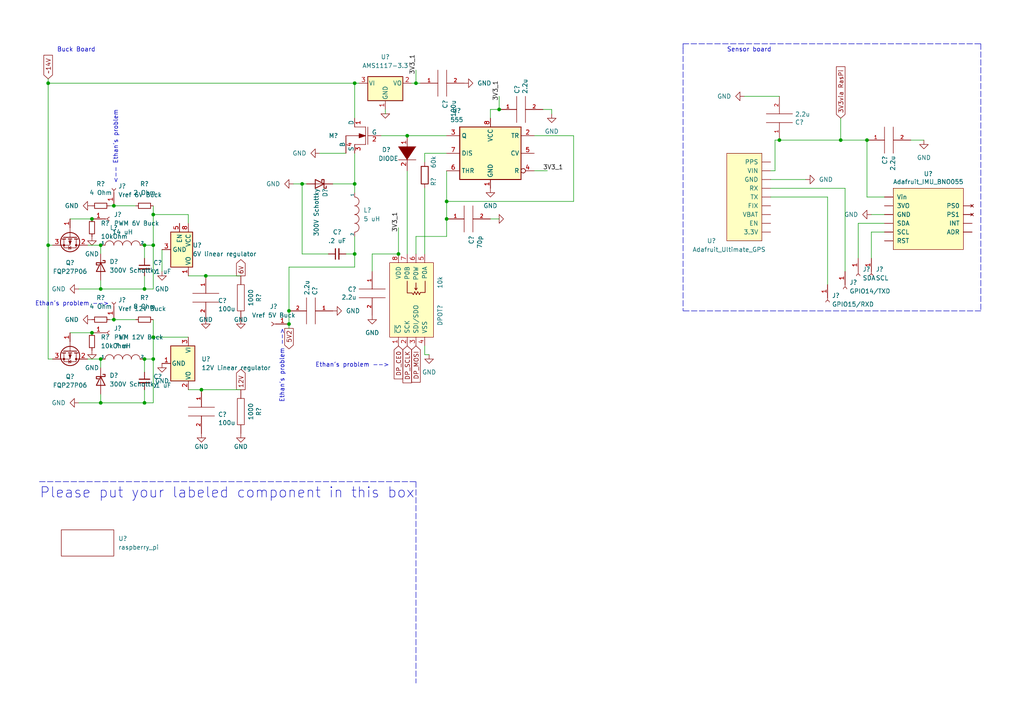
<source format=kicad_sch>
(kicad_sch (version 20211123) (generator eeschema)
  (paper "A4")
  (lib_symbols
    (symbol "Connector:Conn_01x01_Female" (pin_names (offset 1.016) hide)
      (property "Reference" "J" (at 0 2.54 0))
      (property "Value" "Conn_01x01_Female" (at 0 -2.54 0))
      (symbol "Conn_01x01_Female_1_1"
        (polyline (pts (xy -1.27 0) (xy -0.508 0)) (stroke (width 0.1524)))
        (arc (start 0 0.508) (mid -0.508 0) (end 0 -0.508) (stroke (width 0.1524)))
        (pin passive line (at -5.08 0 0) (length 3.81) (name "Pin_1") (number "1"))
      )
    )
    (symbol "Device:C_Small" (pin_numbers hide) (pin_names (offset 0.254) hide)
      (property "Reference" "C" (at 0.254 1.778 0))
      (property "Value" "C_Small" (at 0.254 -2.032 0))
      (symbol "C_Small_0_1"
        (polyline (pts (xy -1.524 -0.508) (xy 1.524 -0.508)) (stroke (width 0.3302)))
        (polyline (pts (xy -1.524 0.508) (xy 1.524 0.508)) (stroke (width 0.3048)))
      )
      (symbol "C_Small_1_1"
        (pin passive line (at 0 2.54 270) (length 2.032) (name "~") (number "1"))
        (pin passive line (at 0 -2.54 90) (length 2.032) (name "~") (number "2"))
      )
    )
    (symbol "Device:D_Schottky" (pin_numbers hide) (pin_names (offset 1.016) hide)
      (property "Reference" "D" (at 0 2.54 0))
      (property "Value" "D_Schottky" (at 0 -2.54 0))
      (symbol "D_Schottky_0_1"
        (polyline (pts (xy 1.27 0) (xy -1.27 0)))
        (polyline (pts (xy 1.27 1.27) (xy 1.27 -1.27) (xy -1.27 0) (xy 1.27 1.27)) (stroke (width 0.254)))
        (polyline (pts (xy -1.905 0.635) (xy -1.905 1.27) (xy -1.27 1.27) (xy -1.27 -1.27) (xy -0.635 -1.27) (xy -0.635 -0.635)) (stroke (width 0.254)))
      )
      (symbol "D_Schottky_1_1"
        (pin passive line (at -3.81 0 0) (length 2.54) (name "K") (number "1"))
        (pin passive line (at 3.81 0 180) (length 2.54) (name "A") (number "2"))
      )
    )
    (symbol "Device:R" (pin_numbers hide) (pin_names (offset 0))
      (property "Reference" "R" (at 2.032 0 90))
      (property "Value" "R" (at 0 0 90))
      (symbol "R_0_1"
        (rectangle (start -1.016 -2.54) (end 1.016 2.54) (stroke (width 0.254)))
      )
      (symbol "R_1_1"
        (pin passive line (at 0 3.81 270) (length 1.27) (name "~") (number "1"))
        (pin passive line (at 0 -3.81 90) (length 1.27) (name "~") (number "2"))
      )
    )
    (symbol "Device:R_Small" (pin_numbers hide) (pin_names (offset 0.254) hide)
      (property "Reference" "R" (at 0.762 0.508 0))
      (property "Value" "R_Small" (at 0.762 -1.016 0))
      (symbol "R_Small_0_1"
        (rectangle (start -0.762 1.778) (end 0.762 -1.778) (stroke (width 0.2032)))
      )
      (symbol "R_Small_1_1"
        (pin passive line (at 0 2.54 270) (length 0.762) (name "~") (number "1"))
        (pin passive line (at 0 -2.54 90) (length 0.762) (name "~") (number "2"))
      )
    )
    (symbol "Drone-Circuit-rescue:Adafruit_IMU_BNO055-Project_Library" (pin_names (offset 1.016))
      (property "Reference" "U" (at -10.16 10.16 0))
      (property "Value" "Adafruit_IMU_BNO055-Project_Library" (at 0 -11.43 0))
      (symbol "Adafruit_IMU_BNO055-Project_Library_0_1"
        (rectangle (start -10.16 8.89) (end 10.16 -8.89) (fill (type background)))
      )
      (symbol "Adafruit_IMU_BNO055-Project_Library_1_1"
        (pin power_out line (at -12.7 3.81 0) (length 2.54) (name "3VO") (number "~"))
        (pin input line (at 12.7 -3.81 180) (length 2.54) (name "ADR") (number "~"))
        (pin power_in line (at -12.7 1.27 0) (length 2.54) (name "GND") (number "~"))
        (pin output line (at 12.7 -1.27 180) (length 2.54) (name "INT") (number "~"))
        (pin no_connect line (at 12.7 3.81 180) (length 2.54) (name "PS0") (number "~"))
        (pin no_connect line (at 12.7 1.27 180) (length 2.54) (name "PS1") (number "~"))
        (pin unspecified line (at -12.7 -6.35 0) (length 2.54) (name "RST") (number "~"))
        (pin unspecified line (at -12.7 -3.81 0) (length 2.54) (name "SCL") (number "~"))
        (pin unspecified line (at -12.7 -1.27 0) (length 2.54) (name "SDA") (number "~"))
        (pin power_in line (at -12.7 6.35 0) (length 2.54) (name "Vin") (number "~"))
      )
    )
    (symbol "Drone-Circuit-rescue:Adafruit_Ultimate_GPS-Project_Library" (pin_names (offset 1.016))
      (property "Reference" "U" (at -5.08 13.97 0))
      (property "Value" "Adafruit_Ultimate_GPS-Project_Library" (at 0 -15.24 0))
      (symbol "Adafruit_Ultimate_GPS-Project_Library_0_1"
        (rectangle (start -5.08 12.7) (end 5.08 -12.7) (fill (type background)))
      )
      (symbol "Adafruit_Ultimate_GPS-Project_Library_1_1"
        (pin power_out line (at -7.62 10.16 0) (length 2.54) (name "3.3V") (number "~"))
        (pin unspecified line (at -7.62 7.62 0) (length 2.54) (name "EN") (number "~"))
        (pin output line (at -7.62 2.54 0) (length 2.54) (name "FIX") (number "~"))
        (pin power_in line (at -7.62 -5.08 0) (length 2.54) (name "GND") (number "~"))
        (pin output line (at -7.62 -10.16 0) (length 2.54) (name "PPS") (number "~"))
        (pin input line (at -7.62 -2.54 0) (length 2.54) (name "RX") (number "~"))
        (pin output line (at -7.62 0 0) (length 2.54) (name "TX") (number "~"))
        (pin power_in line (at -7.62 5.08 0) (length 2.54) (name "VBAT") (number "~"))
        (pin power_in line (at -7.62 -7.62 0) (length 2.54) (name "VIN") (number "~"))
      )
    )
    (symbol "Drone-Circuit-rescue:Digital_Pot-Project_Library" (pin_names (offset 1.016))
      (property "Reference" "DPOT" (at 0 7.62 0))
      (property "Value" "Digital_Pot-Project_Library" (at 0 -7.62 0))
      (symbol "Digital_Pot-Project_Library_0_1"
        (rectangle (start -5.08 6.35) (end 16.51 -6.35) (stroke (width 0.1524)) (fill (type background)))
        (polyline (pts (xy 8.636 -1.27) (xy 9.144 -1.651)) (stroke (width 0.2032)))
        (polyline (pts (xy 10.668 -1.27) (xy 8.636 -1.27) (xy 9.144 -0.889)) (stroke (width 0.2032)))
        (polyline (pts (xy 11.176 1.27) (xy 7.747 1.27) (xy 7.747 -0.127) (xy 7.239 -0.508) (xy 8.128 -0.889) (xy 7.239 -1.397) (xy 8.128 -1.778) (xy 7.239 -2.286) (xy 7.874 -2.54) (xy 7.874 -3.937) (xy 11.176 -3.937)) (stroke (width 0.2032)))
      )
      (symbol "Digital_Pot-Project_Library_1_1"
        (pin input line (at -7.62 3.81 0) (length 2.54) (name "~{CS}") (number "1"))
        (pin input line (at -7.62 1.27 0) (length 2.54) (name "SCK") (number "2"))
        (pin input line (at -7.62 -1.27 0) (length 2.54) (name "SDI/SDO") (number "3"))
        (pin power_in line (at -7.62 -3.81 0) (length 2.54) (name "VSS") (number "4"))
        (pin passive line (at 19.05 -3.81 180) (length 2.54) (name "P0A") (number "5"))
        (pin passive line (at 19.05 -1.27 180) (length 2.54) (name "P0W") (number "6"))
        (pin passive line (at 19.05 1.27 180) (length 2.54) (name "P0B") (number "7"))
        (pin power_in line (at 19.05 3.81 180) (length 2.54) (name "VDD") (number "8"))
      )
    )
    (symbol "Regulator_Linear:AMS1117-3.3" (pin_names (offset 0.254))
      (property "Reference" "U" (at -3.81 3.175 0))
      (property "Value" "AMS1117-3.3" (at 0 3.175 0))
      (symbol "AMS1117-3.3_0_1"
        (rectangle (start -5.08 -5.08) (end 5.08 1.905) (stroke (width 0.254)) (fill (type background)))
      )
      (symbol "AMS1117-3.3_1_1"
        (pin power_in line (at 0 -7.62 90) (length 2.54) (name "GND") (number "1"))
        (pin power_out line (at 7.62 0 180) (length 2.54) (name "VO") (number "2"))
        (pin power_in line (at -7.62 0 0) (length 2.54) (name "VI") (number "3"))
      )
    )
    (symbol "Regulator_Linear:AZ1084-1.2" (pin_names (offset 0.254))
      (property "Reference" "U" (at -3.81 3.175 0))
      (property "Value" "AZ1084-1.2" (at 0 3.175 0))
      (symbol "AZ1084-1.2_0_1"
        (rectangle (start -5.08 1.905) (end 5.08 -5.08) (stroke (width 0.254)) (fill (type background)))
      )
      (symbol "AZ1084-1.2_1_1"
        (pin power_in line (at 0 -7.62 90) (length 2.54) (name "GND") (number "1"))
        (pin power_out line (at 7.62 0 180) (length 2.54) (name "VO") (number "2"))
        (pin power_in line (at -7.62 0 0) (length 2.54) (name "VI") (number "3"))
      )
    )
    (symbol "Regulator_Linear:BD60FC0WEFJ"
      (property "Reference" "U" (at 0 7.62 0))
      (property "Value" "BD60FC0WEFJ" (at 0 5.08 0))
      (symbol "BD60FC0WEFJ_1_1"
        (rectangle (start -5.08 -5.08) (end 5.08 1.27) (stroke (width 0.254)) (fill (type background)))
        (pin power_out line (at 7.62 0 180) (length 2.54) (name "VO") (number "1"))
        (pin no_connect line (at 5.08 -2.54 180) (length 2.54) hide (name "NC") (number "2"))
        (pin power_in line (at 0 -7.62 90) (length 2.54) (name "GND") (number "3"))
        (pin no_connect line (at -3.81 -5.08 90) (length 2.54) hide (name "NC") (number "4"))
        (pin input line (at -7.62 -2.54 0) (length 2.54) (name "EN") (number "5"))
        (pin no_connect line (at -2.54 -5.08 90) (length 2.54) hide (name "NC") (number "6"))
        (pin no_connect line (at -1.27 -5.08 90) (length 2.54) hide (name "NC") (number "7"))
        (pin power_in line (at -7.62 0 0) (length 2.54) (name "VCC") (number "8"))
        (pin passive line (at 0 -7.62 90) (length 2.54) hide (name "GND") (number "9"))
      )
    )
    (symbol "Timer:LM555xM"
      (property "Reference" "U" (at -10.16 8.89 0))
      (property "Value" "LM555xM" (at 2.54 8.89 0))
      (symbol "LM555xM_0_0"
        (pin power_in line (at 0 -10.16 90) (length 2.54) (name "GND") (number "1"))
        (pin power_in line (at 0 10.16 270) (length 2.54) (name "VCC") (number "8"))
      )
      (symbol "LM555xM_0_1"
        (rectangle (start -8.89 -7.62) (end 8.89 7.62) (stroke (width 0.254)) (fill (type background)))
        (rectangle (start -8.89 -7.62) (end 8.89 7.62) (stroke (width 0.254)) (fill (type background)))
      )
      (symbol "LM555xM_1_1"
        (pin input line (at -12.7 5.08 0) (length 3.81) (name "TR") (number "2"))
        (pin output line (at 12.7 5.08 180) (length 3.81) (name "Q") (number "3"))
        (pin input inverted (at -12.7 -5.08 0) (length 3.81) (name "R") (number "4"))
        (pin input line (at -12.7 0 0) (length 3.81) (name "CV") (number "5"))
        (pin input line (at 12.7 -5.08 180) (length 3.81) (name "THR") (number "6"))
        (pin input line (at 12.7 0 180) (length 3.81) (name "DIS") (number "7"))
      )
    )
    (symbol "Transistor_FET:FQP27P06" (pin_names hide)
      (property "Reference" "Q" (at 5.08 1.905 0))
      (property "Value" "FQP27P06" (at 5.08 0 0))
      (symbol "FQP27P06_0_1"
        (polyline (pts (xy 0.254 0) (xy -2.54 0)))
        (polyline (pts (xy 0.254 1.905) (xy 0.254 -1.905)) (stroke (width 0.254)))
        (polyline (pts (xy 0.762 -1.27) (xy 0.762 -2.286)) (stroke (width 0.254)))
        (polyline (pts (xy 0.762 0.508) (xy 0.762 -0.508)) (stroke (width 0.254)))
        (polyline (pts (xy 0.762 2.286) (xy 0.762 1.27)) (stroke (width 0.254)))
        (polyline (pts (xy 2.54 2.54) (xy 2.54 1.778)))
        (polyline (pts (xy 2.54 -2.54) (xy 2.54 0) (xy 0.762 0)))
        (polyline (pts (xy 0.762 1.778) (xy 3.302 1.778) (xy 3.302 -1.778) (xy 0.762 -1.778)))
        (polyline (pts (xy 2.286 0) (xy 1.27 0.381) (xy 1.27 -0.381) (xy 2.286 0)) (fill (type outline)))
        (polyline (pts (xy 2.794 -0.508) (xy 2.921 -0.381) (xy 3.683 -0.381) (xy 3.81 -0.254)))
        (polyline (pts (xy 3.302 -0.381) (xy 2.921 0.254) (xy 3.683 0.254) (xy 3.302 -0.381)))
        (circle (center 1.651 0) (radius 2.794) (stroke (width 0.254)))
        (circle (center 2.54 -1.778) (radius 0.254) (fill (type outline)))
        (circle (center 2.54 1.778) (radius 0.254) (fill (type outline)))
      )
      (symbol "FQP27P06_1_1"
        (pin input line (at -5.08 0 0) (length 2.54) (name "G") (number "1"))
        (pin passive line (at 2.54 5.08 270) (length 2.54) (name "D") (number "2"))
        (pin passive line (at 2.54 -5.08 90) (length 2.54) (name "S") (number "3"))
      )
    )
    (symbol "custom:raspberry_pi"
      (property "Reference" "U" (at 0 0 0))
      (property "Value" "raspberry_pi" (at 0 0 0))
      (symbol "raspberry_pi_0_1"
        (rectangle (start -7.62 3.81) (end 7.62 -3.81))
      )
    )
    (symbol "power:GND" (power) (pin_names (offset 0))
      (property "Value" "GND" (at 0 -3.81 0))
      (symbol "GND_0_1"
        (polyline (pts (xy 0 0) (xy 0 -1.27) (xy 1.27 -1.27) (xy 0 -2.54) (xy -1.27 -1.27) (xy 0 -1.27)))
      )
      (symbol "GND_1_1"
        (pin power_in line (at 0 0 270) (length 0) hide (name "GND") (number "1"))
      )
    )
    (symbol "pspice:0" (power) (pin_names (offset 0))
      (property "Value" "0" (at 0 -1.778 0))
      (symbol "0_0_1"
        (polyline (pts (xy -1.27 0) (xy 0 -1.27) (xy 1.27 0) (xy -1.27 0)))
      )
      (symbol "0_1_1"
        (pin power_in line (at 0 0 0) (length 0) hide (name "0") (number "1"))
      )
    )
    (symbol "pspice:CAP" (pin_names (offset 0.254))
      (property "Reference" "C" (at 2.54 3.81 90))
      (property "Value" "CAP" (at 2.54 -3.81 90))
      (symbol "CAP_0_1"
        (polyline (pts (xy -3.81 -1.27) (xy 3.81 -1.27)))
        (polyline (pts (xy -3.81 1.27) (xy 3.81 1.27)))
      )
      (symbol "CAP_1_1"
        (pin passive line (at 0 6.35 270) (length 5.08) (name "~") (number "1"))
        (pin passive line (at 0 -6.35 90) (length 5.08) (name "~") (number "2"))
      )
    )
    (symbol "pspice:DIODE" (pin_names (offset 1.016) hide)
      (property "Reference" "D" (at 0 3.81 0))
      (property "Value" "DIODE" (at 0 -4.445 0))
      (symbol "DIODE_0_1"
        (polyline (pts (xy 1.905 2.54) (xy 1.905 -2.54)))
        (polyline (pts (xy -1.905 2.54) (xy -1.905 -2.54) (xy 1.905 0)) (fill (type outline)))
      )
      (symbol "DIODE_1_1"
        (pin input line (at -5.08 0 0) (length 3.81) (name "K") (number "1"))
        (pin input line (at 5.08 0 180) (length 3.81) (name "A") (number "2"))
      )
    )
    (symbol "pspice:INDUCTOR" (pin_numbers hide) (pin_names (offset 0))
      (property "Reference" "L" (at 0 2.54 0))
      (property "Value" "INDUCTOR" (at 0 -1.27 0))
      (symbol "INDUCTOR_0_1"
        (arc (start -2.54 0) (mid -3.81 1.27) (end -5.08 0))
        (arc (start 0 0) (mid -1.27 1.27) (end -2.54 0))
        (arc (start 2.54 0) (mid 1.27 1.27) (end 0 0))
        (arc (start 5.08 0) (mid 3.81 1.27) (end 2.54 0))
      )
      (symbol "INDUCTOR_1_1"
        (pin input line (at -6.35 0 0) (length 1.27) (name "1") (number "1"))
        (pin input line (at 6.35 0 180) (length 1.27) (name "2") (number "2"))
      )
    )
    (symbol "pspice:MNMOS" (pin_names (offset 0))
      (property "Reference" "M" (at 7.62 1.27 0))
      (property "Value" "MNMOS" (at 7.62 -1.27 0))
      (symbol "MNMOS_0_1"
        (polyline (pts (xy -1.27 -2.54) (xy -1.27 2.54)))
        (polyline (pts (xy -0.635 -2.54) (xy 2.54 -2.54)))
        (polyline (pts (xy 2.54 2.54) (xy -0.635 2.54)))
        (polyline (pts (xy 5.08 0) (xy -0.635 0)))
        (polyline (pts (xy -0.635 0) (xy 1.27 0.635) (xy 1.27 -0.635) (xy -0.635 0)) (fill (type outline)))
      )
      (symbol "MNMOS_1_1"
        (polyline (pts (xy -0.635 -2.54) (xy -0.635 2.54)))
        (pin passive line (at 2.54 5.08 270) (length 2.54) (name "D") (number "1"))
        (pin input line (at -5.08 0 0) (length 3.81) (name "G") (number "2"))
        (pin passive line (at 2.54 -5.08 90) (length 2.54) (name "S") (number "3"))
        (pin input line (at 5.08 -5.08 90) (length 5.08) (name "B") (number "4"))
      )
    )
    (symbol "pspice:R" (pin_numbers hide) (pin_names (offset 0))
      (property "Reference" "R" (at 2.032 0 90))
      (property "Value" "R" (at 0 0 90))
      (symbol "R_0_1"
        (rectangle (start -1.016 3.81) (end 1.016 -3.81))
      )
      (symbol "R_1_1"
        (pin passive line (at 0 6.35 270) (length 2.54) (name "~") (number "1"))
        (pin passive line (at 0 -6.35 90) (length 2.54) (name "~") (number "2"))
      )
    )
  )
  (junction (at 226.06 40.64))
  (junction (at 58.42 113.03))
  (junction (at 13.97 71.12))
  (junction (at 44.45 97.79))
  (junction (at 129.54 58.42))
  (junction (at 29.21 83.82))
  (junction (at 41.91 83.82))
  (junction (at 83.82 90.17))
  (junction (at 102.87 73.66))
  (junction (at 87.63 53.34))
  (junction (at 129.54 63.5))
  (junction (at 41.91 71.12))
  (junction (at 120.65 24.13))
  (junction (at 41.91 116.84))
  (junction (at 26.67 96.52))
  (junction (at 115.57 73.66))
  (junction (at 33.02 92.71))
  (junction (at 144.78 31.75))
  (junction (at 251.46 40.64))
  (junction (at 26.67 63.5))
  (junction (at 243.84 40.64))
  (junction (at 33.02 59.69))
  (junction (at 59.69 80.01))
  (junction (at 102.87 24.13))
  (junction (at 41.91 104.14))
  (junction (at 44.45 104.14))
  (junction (at 29.21 104.14))
  (junction (at 83.82 93.98))
  (junction (at 29.21 71.12))
  (junction (at 29.21 116.84))
  (junction (at 118.11 39.37))
  (junction (at 44.45 71.12))
  (junction (at 44.45 62.23))
  (junction (at 13.97 24.13))
  (junction (at 102.87 53.34))
  (wire (pts (xy 102.87 68.58) (xy 102.87 73.66)))
  (wire (pts (xy 59.69 80.01) (xy 69.85 80.01)))
  (wire (pts (xy 256.54 67.31) (xy 252.73 67.31)))
  (wire (pts (xy 144.78 31.75) (xy 142.24 31.75)))
  (wire (pts (xy 245.11 54.61) (xy 245.11 78.74)))
  (wire (pts (xy 85.09 53.34) (xy 87.63 53.34)))
  (wire (pts (xy 13.97 24.13) (xy 13.97 71.12)))
  (wire (pts (xy 240.03 57.15) (xy 240.03 82.55)))
  (wire (pts (xy 224.79 49.53) (xy 223.52 49.53)))
  (wire (pts (xy 44.45 71.12) (xy 44.45 83.82)))
  (wire (pts (xy 92.71 44.45) (xy 100.33 44.45)))
  (wire (pts (xy 119.38 24.13) (xy 120.65 24.13)))
  (wire (pts (xy 29.21 81.28) (xy 29.21 83.82)))
  (wire (pts (xy 248.92 64.77) (xy 248.92 74.93)))
  (wire (pts (xy 33.02 59.69) (xy 39.37 59.69)))
  (wire (pts (xy 44.45 62.23) (xy 44.45 59.69)))
  (wire (pts (xy 142.24 31.75) (xy 142.24 34.29)))
  (wire (pts (xy 41.91 71.12) (xy 41.91 74.93)))
  (wire (pts (xy 26.67 96.52) (xy 20.32 96.52)))
  (wire (pts (xy 83.82 77.47) (xy 102.87 77.47)))
  (wire (pts (xy 166.37 58.42) (xy 129.54 58.42)))
  (wire (pts (xy 44.45 97.79) (xy 44.45 92.71)))
  (wire (pts (xy 223.52 57.15) (xy 240.03 57.15)))
  (wire (pts (xy 33.02 92.71) (xy 39.37 92.71)))
  (wire (pts (xy 102.87 24.13) (xy 104.14 24.13)))
  (wire (pts (xy 129.54 58.42) (xy 129.54 63.5)))
  (wire (pts (xy 44.45 97.79) (xy 54.61 97.79)))
  (polyline (pts (xy 284.48 90.17) (xy 198.12 90.17)))
  (wire (pts (xy 83.82 90.17) (xy 83.82 93.98)))
  (wire (pts (xy 41.91 83.82) (xy 41.91 80.01)))
  (wire (pts (xy 129.54 49.53) (xy 129.54 58.42)))
  (wire (pts (xy 110.49 39.37) (xy 118.11 39.37)))
  (wire (pts (xy 87.63 53.34) (xy 87.63 73.66)))
  (wire (pts (xy 29.21 104.14) (xy 29.21 106.68)))
  (wire (pts (xy 120.65 68.58) (xy 120.65 73.66)))
  (wire (pts (xy 87.63 73.66) (xy 95.25 73.66)))
  (wire (pts (xy 120.65 24.13) (xy 121.92 24.13)))
  (wire (pts (xy 129.54 63.5) (xy 129.54 68.58)))
  (wire (pts (xy 41.91 104.14) (xy 41.91 107.95)))
  (wire (pts (xy 54.61 113.03) (xy 58.42 113.03)))
  (wire (pts (xy 46.99 78.74) (xy 46.99 72.39)))
  (wire (pts (xy 154.94 39.37) (xy 166.37 39.37)))
  (wire (pts (xy 118.11 39.37) (xy 129.54 39.37)))
  (wire (pts (xy 115.57 73.66) (xy 107.95 73.66)))
  (wire (pts (xy 243.84 34.29) (xy 243.84 40.64)))
  (wire (pts (xy 25.4 71.12) (xy 29.21 71.12)))
  (wire (pts (xy 226.06 40.64) (xy 243.84 40.64)))
  (wire (pts (xy 233.68 52.07) (xy 223.52 52.07)))
  (wire (pts (xy 96.52 53.34) (xy 102.87 53.34)))
  (wire (pts (xy 226.06 40.64) (xy 224.79 40.64)))
  (wire (pts (xy 243.84 40.64) (xy 251.46 40.64)))
  (wire (pts (xy 256.54 64.77) (xy 248.92 64.77)))
  (wire (pts (xy 83.82 93.98) (xy 83.82 95.25)))
  (wire (pts (xy 13.97 22.86) (xy 13.97 24.13)))
  (wire (pts (xy 123.19 73.66) (xy 123.19 54.61)))
  (wire (pts (xy 107.95 73.66) (xy 107.95 78.74)))
  (wire (pts (xy 102.87 53.34) (xy 102.87 55.88)))
  (wire (pts (xy 44.45 62.23) (xy 44.45 71.12)))
  (wire (pts (xy 102.87 73.66) (xy 102.87 77.47)))
  (wire (pts (xy 29.21 71.12) (xy 29.21 73.66)))
  (polyline (pts (xy 198.12 13.97) (xy 198.12 90.17)))
  (wire (pts (xy 13.97 104.14) (xy 15.24 104.14)))
  (wire (pts (xy 41.91 104.14) (xy 44.45 104.14)))
  (wire (pts (xy 251.46 40.64) (xy 251.46 57.15)))
  (wire (pts (xy 111.76 33.02) (xy 111.76 31.75)))
  (wire (pts (xy 58.42 113.03) (xy 69.85 113.03)))
  (polyline (pts (xy 198.12 13.97) (xy 198.12 12.7)))
  (wire (pts (xy 154.94 49.53) (xy 158.75 49.53)))
  (wire (pts (xy 44.45 104.14) (xy 44.45 116.84)))
  (wire (pts (xy 144.78 27.94) (xy 144.78 31.75)))
  (wire (pts (xy 54.61 80.01) (xy 59.69 80.01)))
  (wire (pts (xy 29.21 114.3) (xy 29.21 116.84)))
  (wire (pts (xy 120.65 20.32) (xy 120.65 24.13)))
  (wire (pts (xy 26.67 63.5) (xy 20.32 63.5)))
  (wire (pts (xy 44.45 104.14) (xy 44.45 97.79)))
  (wire (pts (xy 31.75 92.71) (xy 33.02 92.71)))
  (wire (pts (xy 264.16 40.64) (xy 267.97 40.64)))
  (wire (pts (xy 252.73 62.23) (xy 256.54 62.23)))
  (wire (pts (xy 88.9 53.34) (xy 87.63 53.34)))
  (wire (pts (xy 13.97 71.12) (xy 15.24 71.12)))
  (wire (pts (xy 102.87 73.66) (xy 100.33 73.66)))
  (wire (pts (xy 29.21 83.82) (xy 41.91 83.82)))
  (wire (pts (xy 29.21 116.84) (xy 41.91 116.84)))
  (wire (pts (xy 41.91 71.12) (xy 44.45 71.12)))
  (wire (pts (xy 251.46 57.15) (xy 256.54 57.15)))
  (wire (pts (xy 13.97 71.12) (xy 13.97 104.14)))
  (wire (pts (xy 129.54 44.45) (xy 123.19 44.45)))
  (wire (pts (xy 118.11 49.53) (xy 118.11 73.66)))
  (polyline (pts (xy 284.48 12.7) (xy 284.48 90.17)))
  (wire (pts (xy 252.73 67.31) (xy 252.73 74.93)))
  (wire (pts (xy 115.57 66.04) (xy 115.57 73.66)))
  (wire (pts (xy 215.9 27.94) (xy 226.06 27.94)))
  (wire (pts (xy 129.54 68.58) (xy 120.65 68.58)))
  (wire (pts (xy 41.91 83.82) (xy 44.45 83.82)))
  (wire (pts (xy 142.24 63.5) (xy 144.78 63.5)))
  (polyline (pts (xy 11.43 139.7) (xy 120.65 139.7)))
  (wire (pts (xy 123.19 102.87) (xy 124.46 102.87)))
  (wire (pts (xy 223.52 54.61) (xy 245.11 54.61)))
  (wire (pts (xy 102.87 24.13) (xy 102.87 34.29)))
  (wire (pts (xy 160.02 31.75) (xy 160.02 33.02)))
  (wire (pts (xy 44.45 116.84) (xy 41.91 116.84)))
  (wire (pts (xy 13.97 24.13) (xy 102.87 24.13)))
  (wire (pts (xy 102.87 44.45) (xy 102.87 53.34)))
  (wire (pts (xy 166.37 39.37) (xy 166.37 58.42)))
  (polyline (pts (xy 198.12 12.7) (xy 284.48 12.7)))
  (wire (pts (xy 157.48 31.75) (xy 160.02 31.75)))
  (wire (pts (xy 54.61 64.77) (xy 54.61 62.23)))
  (wire (pts (xy 83.82 77.47) (xy 83.82 90.17)))
  (polyline (pts (xy 120.65 139.7) (xy 120.65 198.12)))
  (wire (pts (xy 29.21 104.14) (xy 25.4 104.14)))
  (wire (pts (xy 44.45 62.23) (xy 54.61 62.23)))
  (wire (pts (xy 123.19 44.45) (xy 123.19 46.99)))
  (wire (pts (xy 22.86 116.84) (xy 29.21 116.84)))
  (wire (pts (xy 224.79 40.64) (xy 224.79 49.53)))
  (wire (pts (xy 31.75 59.69) (xy 33.02 59.69)))
  (wire (pts (xy 123.19 100.33) (xy 123.19 102.87)))
  (wire (pts (xy 22.86 83.82) (xy 29.21 83.82)))
  (wire (pts (xy 41.91 116.84) (xy 41.91 113.03)))
  (text "Ethan's problem -->" (at 82.55 116.84 90) (effects (font (size 1.27 1.27)) (justify left bottom)))
  (text "Ethan's problem -->" (at 10.16 88.9 0) (effects (font (size 1.27 1.27)) (justify left bottom)))
  (text "<-- Ethan's problem" (at 34.29 53.34 90) (effects (font (size 1.27 1.27)) (justify left bottom)))
  (text "Buck Board" (at 16.51 15.24 0) (effects (font (size 1.27 1.27)) (justify left bottom)))
  (text "Please put your labeled component in this box" (at 11.43 144.78 0) (effects (font (size 3 3)) (justify left bottom)))
  (text "Ethan's problem -->" (at 91.44 106.68 0) (effects (font (size 1.27 1.27)) (justify left bottom)))
  (text "Sensor board" (at 210.82 15.24 0) (effects (font (size 1.27 1.27)) (justify left bottom)))
  (label "3V3_1" (at 157.48 49.53 0))
  (label "3V3_1" (at 120.65 21.59 90))
  (label "3V3_1" (at 115.57 67.31 90))
  (label "3V3_1" (at 144.78 29.21 90))
  (global_label "DP_MOSI" (shape input) (at 120.65 100.33 270) (property "Intersheet References" "${INTERSHEET_REFS}" (effects hide)))
  (global_label "5V2" (shape output) (at 83.82 95.25 270) (property "Intersheet References" "${INTERSHEET_REFS}" (effects hide)))
  (global_label "DP_SCLK" (shape input) (at 118.11 100.33 270) (property "Intersheet References" "${INTERSHEET_REFS}" (effects hide)))
  (global_label "6V" (shape output) (at 69.85 80.01 90) (property "Intersheet References" "${INTERSHEET_REFS}" (effects hide)))
  (global_label "~14V" (shape input) (at 13.97 22.86 90) (property "Intersheet References" "${INTERSHEET_REFS}" (effects hide)))
  (global_label "12V" (shape output) (at 69.85 113.03 90) (property "Intersheet References" "${INTERSHEET_REFS}" (effects hide)))
  (global_label "3V3via RasPi" (shape input) (at 243.84 34.29 90) (property "Intersheet References" "${INTERSHEET_REFS}" (effects hide)))
  (global_label "DP_CE0" (shape input) (at 115.57 100.33 270) (property "Intersheet References" "${INTERSHEET_REFS}" (effects hide)))
  (symbol (lib_id "Connector:Conn_01x01_Female") (at 245.11 83.82 270) (unit 1)
    (property "Reference" "J?" (at 246.38 81.9149 90) (effects (justify left)))
    (property "Value" "GPIO14/TXD" (at 246.38 84.4549 90) (effects (justify left)))
  )
  (symbol (lib_id "Device:D_Schottky") (at 29.21 77.47 270) (unit 1)
    (property "Reference" "D?" (at 31.75 75.8824 90) (effects (justify left)))
    (property "Value" "300V Schottky" (at 31.75 78.4224 90) (effects (justify left)))
  )
  (symbol (lib_id "power:GND") (at 22.86 83.82 270) (unit 1)
    (property "Reference" "#PWR?" (effects hide))
    (property "Value" "GND" (at 19.05 83.8199 90) (effects (justify right)))
  )
  (symbol (lib_id "pspice:DIODE") (at 118.11 44.45 270) (unit 1)
    (property "Reference" "D?" (at 110.744 43.434 90) (effects (justify left)))
    (property "Value" "DIODE" (at 109.728 45.974 90) (effects (justify left)))
  )
  (symbol (lib_id "pspice:CAP") (at 59.69 86.36 0) (unit 1)
    (property "Reference" "C?" (at 63.2206 87.1982 0) (effects (justify left)))
    (property "Value" "100u" (at 63.2714 89.6112 0) (effects (justify left)))
    (property "Datasheet" "https://www.digikey.com/en/products/detail/panasonic-electronic-components/EEE-FK1C101SR/7666555" (effects hide))
  )
  (symbol (lib_id "pspice:0") (at 144.78 63.5 90) (mirror x) (unit 1)
    (property "Reference" "#GND?" (effects hide))
    (property "Value" "0" (effects hide))
  )
  (symbol (lib_id "power:GND") (at 59.69 92.71 0) (unit 1)
    (property "Reference" "#PWR?" (effects hide))
    (property "Value" "GND" (at 59.69 92.71 0))
  )
  (symbol (lib_id "Device:R_Small") (at 26.67 99.06 0) (unit 1)
    (property "Reference" "R?" (at 29.21 97.7899 0) (effects (justify left)))
    (property "Value" "10kOhm" (at 29.21 100.3299 0) (effects (justify left)))
  )
  (symbol (lib_id "pspice:R") (at 69.85 119.38 180) (unit 1)
    (property "Reference" "R?" (at 75.057 119.38 90))
    (property "Value" "1000" (at 72.7456 119.38 90))
  )
  (symbol (lib_id "Device:D_Schottky") (at 29.21 110.49 270) (unit 1)
    (property "Reference" "D?" (at 31.75 108.9024 90) (effects (justify left)))
    (property "Value" "300V Schottky" (at 31.75 111.4424 90) (effects (justify left)))
  )
  (symbol (lib_id "power:GND") (at 96.52 90.17 90) (unit 1)
    (property "Reference" "#PWR?" (effects hide))
    (property "Value" "GND" (at 100.33 90.1699 90) (effects (justify right)))
  )
  (symbol (lib_id "pspice:CAP") (at 128.27 24.13 90) (mirror x) (unit 1)
    (property "Reference" "C?" (at 129.1082 28.9306 0) (effects (justify left)))
    (property "Value" "100u" (at 131.5212 28.9814 0) (effects (justify left)))
    (property "Datasheet" "https://www.digikey.com/en/products/detail/panasonic-electronic-components/EEE-FK1C101SR/7666555" (effects hide))
  )
  (symbol (lib_id "power:GND") (at 26.67 92.71 270) (unit 1)
    (property "Reference" "#PWR?" (effects hide))
    (property "Value" "GND" (at 22.86 92.7099 90) (effects (justify right)))
  )
  (symbol (lib_id "power:GND") (at 142.24 54.61 0) (unit 1)
    (property "Reference" "#PWR?" (effects hide))
    (property "Value" "GND" (at 142.24 59.69 0))
  )
  (symbol (lib_id "power:GND") (at 69.85 125.73 0) (unit 1)
    (property "Reference" "#PWR?" (effects hide))
    (property "Value" "GND" (at 69.85 129.54 0))
  )
  (symbol (lib_id "custom:raspberry_pi") (at 25.4 157.48 0) (unit 1)
    (property "Reference" "U?" (at 34.29 156.2099 0) (effects (justify left)))
    (property "Value" "raspberry_pi" (at 34.29 158.7499 0) (effects (justify left)))
    (property "Footprint" "SARP:Raspberry Pi" (effects hide))
  )
  (symbol (lib_id "Device:R_Small") (at 29.21 92.71 90) (unit 1)
    (property "Reference" "R?" (at 29.21 86.36 90))
    (property "Value" "4 Ohm" (at 29.21 88.9 90))
  )
  (symbol (lib_id "Transistor_FET:FQP27P06") (at 20.32 68.58 270) (unit 1)
    (property "Reference" "Q?" (at 20.32 76.2 90))
    (property "Value" "FQP27P06" (at 20.32 78.74 90))
    (property "Footprint" "Package_TO_SOT_THT:TO-220-3_Vertical" (effects hide))
    (property "Datasheet" "https://www.onsemi.com/pub/Collateral/FQP27P06-D.PDF" (effects hide))
  )
  (symbol (lib_id "Connector:Conn_01x01_Female") (at 33.02 87.63 90) (unit 1)
    (property "Reference" "J?" (at 34.29 86.9949 90) (effects (justify right)))
    (property "Value" "Vref 12V Buck" (at 34.29 89.5349 90) (effects (justify right)))
  )
  (symbol (lib_id "Device:R_Small") (at 26.67 66.04 0) (unit 1)
    (property "Reference" "R?" (at 29.21 64.7699 0) (effects (justify left)))
    (property "Value" "10kOhm" (at 29.21 68.58 0) (effects (justify left)))
  )
  (symbol (lib_id "Regulator_Linear:AMS1117-3.3") (at 111.76 24.13 0) (unit 1)
    (property "Reference" "U?" (at 111.76 16.51 0))
    (property "Value" "AMS1117-3.3" (at 111.76 19.05 0))
    (property "Footprint" "Package_TO_SOT_SMD:SOT-223-3_TabPin2" (effects hide))
    (property "Datasheet" "http://www.advanced-monolithic.com/pdf/ds1117.pdf" (effects hide))
  )
  (symbol (lib_id "power:GND") (at 26.67 59.69 270) (unit 1)
    (property "Reference" "#PWR?" (effects hide))
    (property "Value" "GND" (at 22.86 59.6899 90) (effects (justify right)))
  )
  (symbol (lib_id "pspice:0") (at 111.76 33.02 0) (mirror y) (unit 1)
    (property "Reference" "#GND?" (effects hide))
    (property "Value" "0" (effects hide))
  )
  (symbol (lib_id "pspice:CAP") (at 107.95 85.09 0) (mirror y) (unit 1)
    (property "Reference" "C?" (at 103.4288 83.9216 0) (effects (justify left)))
    (property "Value" "2.2u" (at 103.4288 86.233 0) (effects (justify left)))
    (property "Datasheet" "https://www.digikey.com/en/products/detail/samsung-electro-mechanics/CL31A225KB9LNNC/3890809" (effects hide))
  )
  (symbol (lib_id "power:GND") (at 267.97 40.64 0) (unit 1)
    (property "Reference" "#PWR?" (effects hide))
    (property "Value" "GND" (at 267.97 45.72 0))
  )
  (symbol (lib_id "pspice:INDUCTOR") (at 35.56 71.12 0) (unit 1)
    (property "Reference" "L?" (at 33.02 66.04 0))
    (property "Value" "14 uH" (at 35.56 67.31 0))
  )
  (symbol (lib_id "power:GND") (at 92.71 44.45 270) (unit 1)
    (property "Reference" "#PWR?" (effects hide))
    (property "Value" "GND" (at 88.9 44.4499 90) (effects (justify right)))
  )
  (symbol (lib_id "power:GND") (at 85.09 53.34 270) (unit 1)
    (property "Reference" "#PWR?" (effects hide))
    (property "Value" "GND" (at 81.28 53.3399 90) (effects (justify right)))
  )
  (symbol (lib_id "power:GND") (at 46.99 105.41 0) (unit 1)
    (property "Reference" "#PWR?" (effects hide))
    (property "Value" "GND" (at 46.99 110.49 0))
  )
  (symbol (lib_id "power:GND") (at 107.95 91.44 0) (unit 1)
    (property "Reference" "#PWR?" (effects hide))
    (property "Value" "GND" (at 107.95 96.52 0))
  )
  (symbol (lib_id "power:GND") (at 26.67 101.6 0) (unit 1)
    (property "Reference" "#PWR?" (effects hide))
    (property "Value" "GND" (at 26.67 106.68 0))
  )
  (symbol (lib_id "Connector:Conn_01x01_Female") (at 31.75 96.52 0) (unit 1)
    (property "Reference" "J?" (at 33.02 95.2499 0) (effects (justify left)))
    (property "Value" "PWM 12V Buck" (at 33.02 97.7899 0) (effects (justify left)))
  )
  (symbol (lib_id "Drone-Circuit-rescue:Adafruit_IMU_BNO055-Project_Library") (at 269.24 63.5 0) (unit 1)
    (property "Reference" "U?" (at 269.24 50.419 0))
    (property "Value" "Adafruit_IMU_BNO055" (at 269.24 52.7304 0))
  )
  (symbol (lib_id "Device:R_Small") (at 29.21 59.69 90) (unit 1)
    (property "Reference" "R?" (at 29.21 53.34 90))
    (property "Value" "4 Ohm" (at 29.21 55.88 90))
  )
  (symbol (lib_id "power:GND") (at 252.73 62.23 270) (unit 1)
    (property "Reference" "#PWR?" (effects hide))
    (property "Value" "GND" (at 248.92 62.2299 90) (effects (justify right)))
  )
  (symbol (lib_id "Connector:Conn_01x01_Female") (at 240.03 87.63 270) (unit 1)
    (property "Reference" "J?" (at 241.3 85.7249 90) (effects (justify left)))
    (property "Value" "GPIO15/RXD" (at 241.3 88.2649 90) (effects (justify left)))
  )
  (symbol (lib_id "Device:R_Small") (at 41.91 59.69 90) (unit 1)
    (property "Reference" "R?" (at 41.91 53.34 90))
    (property "Value" "2 Ohm" (at 41.91 55.88 90))
  )
  (symbol (lib_id "power:GND") (at 124.46 102.87 0) (unit 1)
    (property "Reference" "#PWR?" (effects hide))
    (property "Value" "GND" (at 124.46 107.95 0))
  )
  (symbol (lib_id "pspice:R") (at 69.85 86.36 180) (unit 1)
    (property "Reference" "R?" (at 75.057 86.36 90))
    (property "Value" "1000" (at 72.7456 86.36 90))
  )
  (symbol (lib_id "pspice:MNMOS") (at 105.41 39.37 0) (mirror y) (unit 1)
    (property "Reference" "M?" (at 98.0948 39.37 0) (effects (justify left)))
    (property "Value" "NMOS" (effects hide))
    (property "Datasheet" "https://www.digikey.com/en/products/detail/on-semiconductor/NTD4808N-1G/1792949" (effects hide))
  )
  (symbol (lib_id "Regulator_Linear:AZ1084-1.2") (at 54.61 105.41 270) (unit 1)
    (property "Reference" "U?" (at 58.42 104.1399 90) (effects (justify left)))
    (property "Value" "12V Linear regulator" (at 58.42 106.6799 90) (effects (justify left)))
    (property "Datasheet" "https://www.diodes.com/assets/Datasheets/AZ1084.pdf" (effects hide))
  )
  (symbol (lib_id "Device:D_Schottky") (at 92.71 53.34 180) (unit 1)
    (property "Reference" "D?" (at 94.2976 54.61 90) (effects (justify left)))
    (property "Value" "300V Schottky" (at 91.7576 54.61 90) (effects (justify left)))
  )
  (symbol (lib_id "Drone-Circuit-rescue:Adafruit_Ultimate_GPS-Project_Library") (at 215.9 57.15 180) (unit 1)
    (property "Reference" "U?" (at 206.375 69.85 0))
    (property "Value" "Adafruit_Ultimate_GPS" (at 211.455 72.39 0))
  )
  (symbol (lib_id "Connector:Conn_01x01_Female") (at 78.74 93.98 180) (unit 1)
    (property "Reference" "J?" (at 79.375 88.9 0))
    (property "Value" "Vref 5V Buck" (at 79.375 91.44 0))
  )
  (symbol (lib_id "Drone-Circuit-rescue:Digital_Pot-Project_Library") (at 119.38 92.71 90) (unit 1)
    (property "Reference" "DPOT?" (at 127.635 91.44 0))
    (property "Value" "10k" (at 127.635 81.915 0))
    (property "Datasheet" "https://www.digikey.com/en/products/detail/MCP4161-103E%2fP/MCP4161-103E%2fP-ND/1874158?itemSeq=351720945" (effects hide))
  )
  (symbol (lib_id "Regulator_Linear:BD60FC0WEFJ") (at 54.61 72.39 270) (unit 1)
    (property "Reference" "U?" (at 55.88 71.1199 90) (effects (justify left)))
    (property "Value" "6V linear regulator" (at 55.88 73.6599 90) (effects (justify left)))
    (property "Footprint" "Package_SO:HTSOP-8-1EP_3.9x4.9mm_P1.27mm_EP2.4x3.2mm" (effects hide))
    (property "Datasheet" "https://fscdn.rohm.com/en/products/databook/datasheet/ic/power/linear_regulator/bdxxfc0wefj-e.pdf" (effects hide))
  )
  (symbol (lib_id "Device:R_Small") (at 41.91 92.71 90) (unit 1)
    (property "Reference" "R?" (at 41.91 86.36 90))
    (property "Value" "8 Ohm" (at 41.91 88.9 90))
  )
  (symbol (lib_id "pspice:INDUCTOR") (at 35.56 104.14 0) (unit 1)
    (property "Reference" "L?" (at 35.56 97.79 0))
    (property "Value" "7 uH" (at 35.56 100.33 0))
  )
  (symbol (lib_id "power:GND") (at 215.9 27.94 270) (unit 1)
    (property "Reference" "#PWR?" (effects hide))
    (property "Value" "GND" (at 212.09 27.9399 90) (effects (justify right)))
  )
  (symbol (lib_id "pspice:CAP") (at 257.81 40.64 90) (mirror x) (unit 1)
    (property "Reference" "C?" (at 256.6416 45.1612 0) (effects (justify left)))
    (property "Value" "2.2u" (at 258.953 45.1612 0) (effects (justify left)))
    (property "Datasheet" "https://www.digikey.com/en/products/detail/samsung-electro-mechanics/CL31A225KB9LNNC/3890809" (effects hide))
  )
  (symbol (lib_id "Device:C_Small") (at 41.91 77.47 0) (unit 1)
    (property "Reference" "C?" (at 44.45 76.2062 0) (effects (justify left)))
    (property "Value" ".1 uF" (at 44.45 78.7462 0) (effects (justify left)))
  )
  (symbol (lib_id "Device:C_Small") (at 41.91 110.49 0) (unit 1)
    (property "Reference" "C?" (at 44.45 109.2262 0) (effects (justify left)))
    (property "Value" ".1 uF" (at 44.45 111.7662 0) (effects (justify left)))
  )
  (symbol (lib_id "power:GND") (at 22.86 116.84 270) (unit 1)
    (property "Reference" "#PWR?" (effects hide))
    (property "Value" "GND" (at 19.05 116.8399 90) (effects (justify right)))
  )
  (symbol (lib_id "power:GND") (at 69.85 92.71 0) (unit 1)
    (property "Reference" "#PWR?" (effects hide))
    (property "Value" "GND" (at 69.85 92.71 0))
  )
  (symbol (lib_id "Device:C_Small") (at 97.79 73.66 90) (unit 1)
    (property "Reference" "C?" (at 97.7963 67.31 90))
    (property "Value" ".2 uF" (at 97.7963 69.85 90))
  )
  (symbol (lib_id "pspice:INDUCTOR") (at 102.87 62.23 270) (unit 1)
    (property "Reference" "L?" (at 105.41 60.9599 90) (effects (justify left)))
    (property "Value" "5 uH" (at 105.41 63.4999 90) (effects (justify left)))
  )
  (symbol (lib_id "power:GND") (at 233.68 52.07 90) (unit 1)
    (property "Reference" "#PWR?" (effects hide))
    (property "Value" "GND" (at 237.49 52.0699 90) (effects (justify right)))
  )
  (symbol (lib_id "pspice:CAP") (at 58.42 119.38 0) (unit 1)
    (property "Reference" "C?" (at 63.2206 120.2182 0) (effects (justify left)))
    (property "Value" "100u" (at 63.2714 122.6312 0) (effects (justify left)))
    (property "Datasheet" "https://www.digikey.com/en/products/detail/panasonic-electronic-components/EEE-FK1C101SR/7666555" (effects hide))
  )
  (symbol (lib_id "power:GND") (at 26.67 68.58 0) (unit 1)
    (property "Reference" "#PWR?" (effects hide))
    (property "Value" "GND" (at 26.67 73.66 0))
  )
  (symbol (lib_id "Transistor_FET:FQP27P06") (at 20.32 101.6 270) (unit 1)
    (property "Reference" "Q?" (at 20.32 109.22 90))
    (property "Value" "FQP27P06" (at 20.32 111.76 90))
    (property "Footprint" "Package_TO_SOT_THT:TO-220-3_Vertical" (effects hide))
    (property "Datasheet" "https://www.onsemi.com/pub/Collateral/FQP27P06-D.PDF" (effects hide))
  )
  (symbol (lib_id "pspice:CAP") (at 135.89 63.5 90) (mirror x) (unit 1)
    (property "Reference" "C?" (at 136.7282 68.3006 0) (effects (justify left)))
    (property "Value" "70p" (at 139.1412 68.3514 0) (effects (justify left)))
  )
  (symbol (lib_id "pspice:CAP") (at 226.06 34.29 0) (mirror x) (unit 1)
    (property "Reference" "C?" (at 230.5812 35.4584 0) (effects (justify left)))
    (property "Value" "2.2u" (at 230.5812 33.147 0) (effects (justify left)))
    (property "Datasheet" "https://www.digikey.com/en/products/detail/samsung-electro-mechanics/CL31A225KB9LNNC/3890809" (effects hide))
  )
  (symbol (lib_id "Timer:LM555xM") (at 142.24 44.45 0) (mirror y) (unit 1)
    (property "Reference" "U?" (at 132.4356 32.1056 0))
    (property "Value" "555" (at 132.4864 34.7472 0))
  )
  (symbol (lib_id "power:GND") (at 160.02 33.02 0) (unit 1)
    (property "Reference" "#PWR?" (effects hide))
    (property "Value" "GND" (at 160.02 38.1 0))
  )
  (symbol (lib_id "Connector:Conn_01x01_Female") (at 248.92 80.01 270) (unit 1)
    (property "Reference" "J?" (at 250.19 78.1049 90) (effects (justify left)))
    (property "Value" "SDA" (at 250.19 80.6449 90) (effects (justify left)))
  )
  (symbol (lib_id "Connector:Conn_01x01_Female") (at 31.75 63.5 0) (unit 1)
    (property "Reference" "J?" (at 33.02 62.2299 0) (effects (justify left)))
    (property "Value" "PWM 6V Buck" (at 33.02 64.7699 0) (effects (justify left)))
  )
  (symbol (lib_id "Device:R") (at 123.19 50.8 0) (mirror y) (unit 1)
    (property "Reference" "R?" (at 125.73 52.705 90))
    (property "Value" "60k" (at 125.73 46.99 90))
  )
  (symbol (lib_id "power:GND") (at 134.62 24.13 90) (unit 1)
    (property "Reference" "#PWR?" (effects hide))
    (property "Value" "GND" (at 138.43 24.1299 90) (effects (justify right)))
  )
  (symbol (lib_id "pspice:CAP") (at 90.17 90.17 270) (mirror x) (unit 1)
    (property "Reference" "C?" (at 91.3384 85.6488 0) (effects (justify left)))
    (property "Value" "2.2u" (at 89.027 85.6488 0) (effects (justify left)))
    (property "Datasheet" "https://www.digikey.com/en/products/detail/samsung-electro-mechanics/CL31A225KB9LNNC/3890809" (effects hide))
  )
  (symbol (lib_id "pspice:CAP") (at 151.13 31.75 90) (unit 1)
    (property "Reference" "C?" (at 149.9616 27.2288 0) (effects (justify left)))
    (property "Value" "2.2u" (at 152.273 27.2288 0) (effects (justify left)))
    (property "Datasheet" "https://www.digikey.com/en/products/detail/samsung-electro-mechanics/CL31A225KB9LNNC/3890809" (effects hide))
  )
  (symbol (lib_id "Connector:Conn_01x01_Female") (at 252.73 80.01 270) (unit 1)
    (property "Reference" "J?" (at 254 78.1049 90) (effects (justify left)))
    (property "Value" "SCL" (at 254 80.6449 90) (effects (justify left)))
  )
  (symbol (lib_id "Connector:Conn_01x01_Female") (at 33.02 54.61 90) (unit 1)
    (property "Reference" "J?" (at 34.29 53.9749 90) (effects (justify right)))
    (property "Value" "Vref 6V Buck" (at 34.29 56.5149 90) (effects (justify right)))
  )
  (symbol (lib_id "power:GND") (at 46.99 78.74 0) (unit 1)
    (property "Reference" "#PWR?" (effects hide))
    (property "Value" "GND" (at 46.99 83.82 0))
  )
  (symbol (lib_id "power:GND") (at 58.42 125.73 0) (unit 1)
    (property "Reference" "#PWR?" (effects hide))
    (property "Value" "GND" (at 58.42 129.54 0))
  )
)
</source>
